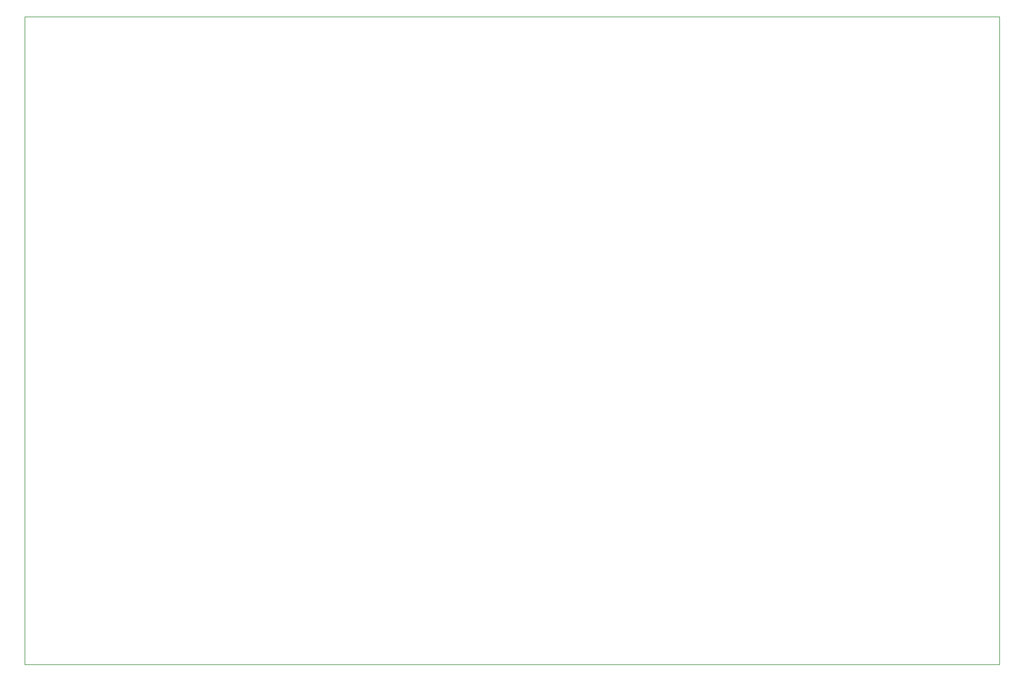
<source format=gbr>
G04 #@! TF.GenerationSoftware,KiCad,Pcbnew,5.1.5+dfsg1-2build2*
G04 #@! TF.CreationDate,2020-12-13T15:53:48+04:00*
G04 #@! TF.ProjectId,raspberryButton1,72617370-6265-4727-9279-427574746f6e,rev?*
G04 #@! TF.SameCoordinates,Original*
G04 #@! TF.FileFunction,Profile,NP*
%FSLAX46Y46*%
G04 Gerber Fmt 4.6, Leading zero omitted, Abs format (unit mm)*
G04 Created by KiCad (PCBNEW 5.1.5+dfsg1-2build2) date 2020-12-13 15:53:48*
%MOMM*%
%LPD*%
G04 APERTURE LIST*
%ADD10C,0.100000*%
G04 APERTURE END LIST*
D10*
X223520000Y-128270000D02*
X86614000Y-128270000D01*
X230632000Y-32512000D02*
X230632000Y-32766000D01*
X86614000Y-32512000D02*
X230632000Y-32512000D01*
X86614000Y-32766000D02*
X86614000Y-32512000D01*
X86614000Y-128270000D02*
X86614000Y-127254000D01*
X223520000Y-128270000D02*
X230632000Y-128270000D01*
X230632000Y-128270000D02*
X230632000Y-126746000D01*
X230632000Y-38354000D02*
X230632000Y-32766000D01*
X86614000Y-32766000D02*
X86614000Y-127254000D01*
X230632000Y-126746000D02*
X230632000Y-38354000D01*
M02*

</source>
